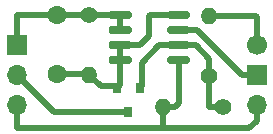
<source format=gbr>
G04 #@! TF.GenerationSoftware,KiCad,Pcbnew,(5.1.12-1-10_14)*
G04 #@! TF.CreationDate,2021-11-25T02:21:13-08:00*
G04 #@! TF.ProjectId,kicad-soft-latch-power-on,6b696361-642d-4736-9f66-742d6c617463,1*
G04 #@! TF.SameCoordinates,Original*
G04 #@! TF.FileFunction,Copper,L1,Top*
G04 #@! TF.FilePolarity,Positive*
%FSLAX46Y46*%
G04 Gerber Fmt 4.6, Leading zero omitted, Abs format (unit mm)*
G04 Created by KiCad (PCBNEW (5.1.12-1-10_14)) date 2021-11-25 02:21:13*
%MOMM*%
%LPD*%
G01*
G04 APERTURE LIST*
G04 #@! TA.AperFunction,SMDPad,CuDef*
%ADD10R,0.800000X0.900000*%
G04 #@! TD*
G04 #@! TA.AperFunction,ComponentPad*
%ADD11O,1.400000X1.400000*%
G04 #@! TD*
G04 #@! TA.AperFunction,ComponentPad*
%ADD12C,1.400000*%
G04 #@! TD*
G04 #@! TA.AperFunction,ComponentPad*
%ADD13O,1.700000X1.700000*%
G04 #@! TD*
G04 #@! TA.AperFunction,ComponentPad*
%ADD14R,1.700000X1.700000*%
G04 #@! TD*
G04 #@! TA.AperFunction,ComponentPad*
%ADD15C,1.700000*%
G04 #@! TD*
G04 #@! TA.AperFunction,ComponentPad*
%ADD16C,1.600000*%
G04 #@! TD*
G04 #@! TA.AperFunction,Conductor*
%ADD17C,0.508000*%
G04 #@! TD*
G04 APERTURE END LIST*
D10*
X133934200Y-114893600D03*
X132984200Y-112893600D03*
X134884200Y-112893600D03*
D11*
X130632200Y-111734600D03*
D12*
X130632200Y-106654600D03*
D11*
X136855200Y-114503200D03*
D12*
X141935200Y-114503200D03*
D11*
X140792200Y-106730800D03*
D12*
X140792200Y-111810800D03*
G04 #@! TA.AperFunction,SMDPad,CuDef*
G36*
G01*
X134212200Y-110340000D02*
X134212200Y-110640000D01*
G75*
G02*
X134062200Y-110790000I-150000J0D01*
G01*
X132412200Y-110790000D01*
G75*
G02*
X132262200Y-110640000I0J150000D01*
G01*
X132262200Y-110340000D01*
G75*
G02*
X132412200Y-110190000I150000J0D01*
G01*
X134062200Y-110190000D01*
G75*
G02*
X134212200Y-110340000I0J-150000D01*
G01*
G37*
G04 #@! TD.AperFunction*
G04 #@! TA.AperFunction,SMDPad,CuDef*
G36*
G01*
X134212200Y-109070000D02*
X134212200Y-109370000D01*
G75*
G02*
X134062200Y-109520000I-150000J0D01*
G01*
X132412200Y-109520000D01*
G75*
G02*
X132262200Y-109370000I0J150000D01*
G01*
X132262200Y-109070000D01*
G75*
G02*
X132412200Y-108920000I150000J0D01*
G01*
X134062200Y-108920000D01*
G75*
G02*
X134212200Y-109070000I0J-150000D01*
G01*
G37*
G04 #@! TD.AperFunction*
G04 #@! TA.AperFunction,SMDPad,CuDef*
G36*
G01*
X134212200Y-107800000D02*
X134212200Y-108100000D01*
G75*
G02*
X134062200Y-108250000I-150000J0D01*
G01*
X132412200Y-108250000D01*
G75*
G02*
X132262200Y-108100000I0J150000D01*
G01*
X132262200Y-107800000D01*
G75*
G02*
X132412200Y-107650000I150000J0D01*
G01*
X134062200Y-107650000D01*
G75*
G02*
X134212200Y-107800000I0J-150000D01*
G01*
G37*
G04 #@! TD.AperFunction*
G04 #@! TA.AperFunction,SMDPad,CuDef*
G36*
G01*
X134212200Y-106530000D02*
X134212200Y-106830000D01*
G75*
G02*
X134062200Y-106980000I-150000J0D01*
G01*
X132412200Y-106980000D01*
G75*
G02*
X132262200Y-106830000I0J150000D01*
G01*
X132262200Y-106530000D01*
G75*
G02*
X132412200Y-106380000I150000J0D01*
G01*
X134062200Y-106380000D01*
G75*
G02*
X134212200Y-106530000I0J-150000D01*
G01*
G37*
G04 #@! TD.AperFunction*
G04 #@! TA.AperFunction,SMDPad,CuDef*
G36*
G01*
X139162200Y-106530000D02*
X139162200Y-106830000D01*
G75*
G02*
X139012200Y-106980000I-150000J0D01*
G01*
X137362200Y-106980000D01*
G75*
G02*
X137212200Y-106830000I0J150000D01*
G01*
X137212200Y-106530000D01*
G75*
G02*
X137362200Y-106380000I150000J0D01*
G01*
X139012200Y-106380000D01*
G75*
G02*
X139162200Y-106530000I0J-150000D01*
G01*
G37*
G04 #@! TD.AperFunction*
G04 #@! TA.AperFunction,SMDPad,CuDef*
G36*
G01*
X139162200Y-107800000D02*
X139162200Y-108100000D01*
G75*
G02*
X139012200Y-108250000I-150000J0D01*
G01*
X137362200Y-108250000D01*
G75*
G02*
X137212200Y-108100000I0J150000D01*
G01*
X137212200Y-107800000D01*
G75*
G02*
X137362200Y-107650000I150000J0D01*
G01*
X139012200Y-107650000D01*
G75*
G02*
X139162200Y-107800000I0J-150000D01*
G01*
G37*
G04 #@! TD.AperFunction*
G04 #@! TA.AperFunction,SMDPad,CuDef*
G36*
G01*
X139162200Y-109070000D02*
X139162200Y-109370000D01*
G75*
G02*
X139012200Y-109520000I-150000J0D01*
G01*
X137362200Y-109520000D01*
G75*
G02*
X137212200Y-109370000I0J150000D01*
G01*
X137212200Y-109070000D01*
G75*
G02*
X137362200Y-108920000I150000J0D01*
G01*
X139012200Y-108920000D01*
G75*
G02*
X139162200Y-109070000I0J-150000D01*
G01*
G37*
G04 #@! TD.AperFunction*
G04 #@! TA.AperFunction,SMDPad,CuDef*
G36*
G01*
X139162200Y-110340000D02*
X139162200Y-110640000D01*
G75*
G02*
X139012200Y-110790000I-150000J0D01*
G01*
X137362200Y-110790000D01*
G75*
G02*
X137212200Y-110640000I0J150000D01*
G01*
X137212200Y-110340000D01*
G75*
G02*
X137362200Y-110190000I150000J0D01*
G01*
X139012200Y-110190000D01*
G75*
G02*
X139162200Y-110340000I0J-150000D01*
G01*
G37*
G04 #@! TD.AperFunction*
D13*
X144780000Y-114300000D03*
D14*
X144780000Y-111760000D03*
D15*
X144780000Y-109220000D03*
D13*
X124460000Y-114300000D03*
X124460000Y-111760000D03*
D14*
X124460000Y-109220000D03*
D16*
X127863600Y-111680000D03*
X127863600Y-106680000D03*
D17*
X133237200Y-110490000D02*
X133237200Y-109220000D01*
X135686800Y-106756200D02*
X135763000Y-106680000D01*
X135686800Y-108483400D02*
X135686800Y-106756200D01*
X134950200Y-109220000D02*
X135686800Y-108483400D01*
X135763000Y-106680000D02*
X138187200Y-106680000D01*
X133237200Y-109220000D02*
X134950200Y-109220000D01*
X130577600Y-111680000D02*
X130632200Y-111734600D01*
X127863600Y-111680000D02*
X130577600Y-111680000D01*
X130953000Y-112055400D02*
X130632200Y-111734600D01*
X133237200Y-112640600D02*
X132984200Y-112893600D01*
X133237200Y-110490000D02*
X133237200Y-112640600D01*
X130632200Y-111734600D02*
X131622800Y-112725200D01*
X132815800Y-112725200D02*
X132984200Y-112893600D01*
X131622800Y-112725200D02*
X132815800Y-112725200D01*
X124460000Y-106680000D02*
X127000000Y-106680000D01*
X127000000Y-106680000D02*
X129540000Y-106680000D01*
X129540000Y-106680000D02*
X133237200Y-106680000D01*
X133237200Y-107950000D02*
X133237200Y-106680000D01*
X124460000Y-109220000D02*
X124460000Y-106680000D01*
X127593600Y-114893600D02*
X133934200Y-114893600D01*
X124460000Y-111760000D02*
X127593600Y-114893600D01*
X136550400Y-109220000D02*
X138187200Y-109220000D01*
X135062000Y-110708400D02*
X136550400Y-109220000D01*
X140766800Y-114452400D02*
X140766800Y-111836200D01*
X140817600Y-114503200D02*
X140766800Y-114452400D01*
X140766800Y-111836200D02*
X140792200Y-111810800D01*
X141935200Y-114503200D02*
X140817600Y-114503200D01*
X139623800Y-109220000D02*
X138187200Y-109220000D01*
X140792200Y-110388400D02*
X139623800Y-109220000D01*
X140792200Y-111810800D02*
X140792200Y-110388400D01*
X135062000Y-112715800D02*
X134884200Y-112893600D01*
X135062000Y-110708400D02*
X135062000Y-112715800D01*
X137058400Y-116230400D02*
X124460000Y-116230400D01*
X144780000Y-115620800D02*
X144780000Y-114300000D01*
X144170400Y-116230400D02*
X144780000Y-115620800D01*
X137058400Y-116230400D02*
X144170400Y-116230400D01*
X124460000Y-116230400D02*
X124460000Y-114300000D01*
X138187200Y-114161800D02*
X137845800Y-114503200D01*
X137845800Y-114503200D02*
X136855200Y-114503200D01*
X138187200Y-110490000D02*
X138187200Y-114161800D01*
X136855200Y-116027200D02*
X137058400Y-116230400D01*
X136855200Y-114503200D02*
X136855200Y-116027200D01*
X139750800Y-107950000D02*
X143560800Y-111760000D01*
X143560800Y-111760000D02*
X144780000Y-111760000D01*
X138187200Y-107950000D02*
X139750800Y-107950000D01*
X144780000Y-106857800D02*
X144780000Y-109220000D01*
X144653000Y-106730800D02*
X144780000Y-106857800D01*
X140792200Y-106730800D02*
X144653000Y-106730800D01*
M02*

</source>
